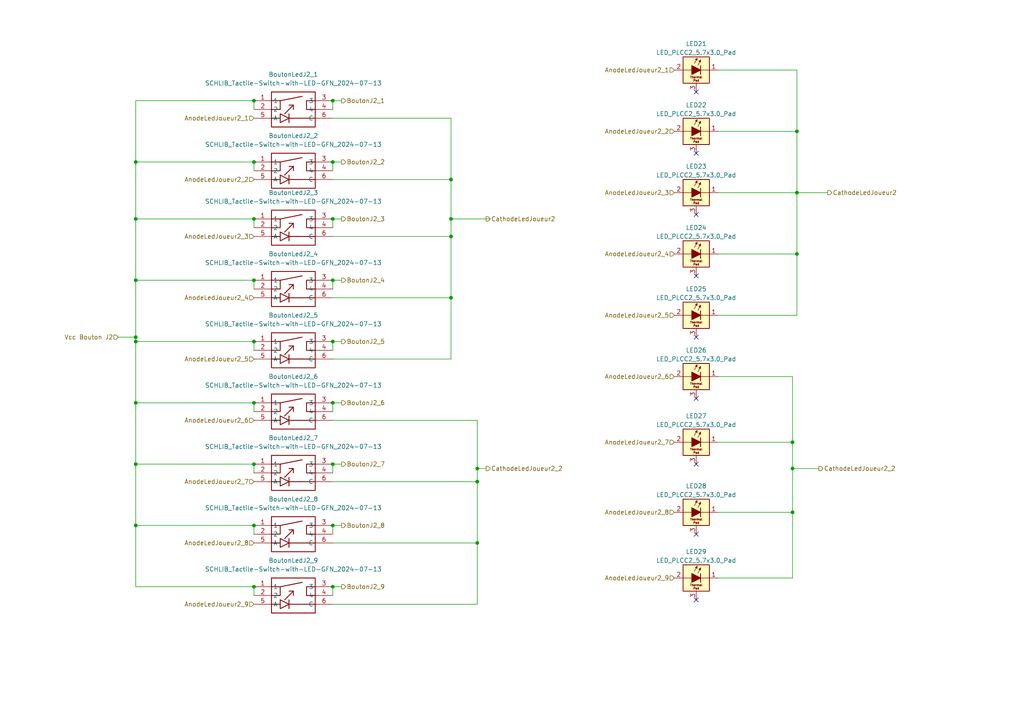
<source format=kicad_sch>
(kicad_sch (version 20231120) (generator "eeschema") (generator_version "8.0")
  (paper "A4")
  (lib_symbols
    (symbol "6MM SWITCH WITH LED GFN:SCHLIB_Tactile-Switch-with-LED-GFN_2024-07-13"
      (property "Reference" "S10" (at 6.35 5.08 0))
      (property "Value" "SCHLIB_Tactile-Switch-with-LED-GFN_2024-07-13" (at 6.35 2.54 0))
      (symbol "SCHLIB_Tactile-Switch-with-LED-GFN_2024-07-13_0_0"
        (polyline (pts (xy 2.54 -7.62) (xy 0 -7.62)) (stroke (width 0.254)))
        (polyline (pts (xy 2.54 -2.54) (xy 8.89 -1.27)) (stroke (width 0.254)))
        (polyline (pts (xy 5.08 -7.62) (xy 12.7 -7.62)) (stroke (width 0.254)))
        (polyline (pts (xy 5.08 -6.35) (xy 5.08 -8.89)) (stroke (width 0.254)))
        (polyline (pts (xy 6.35 -3.81) (xy 6.35 -5.08)) (stroke (width 0.254)))
        (polyline (pts (xy 3.81 -6.35) (xy 6.35 -3.81) (xy 5.08 -3.81)) (stroke (width 0.254)))
        (polyline (pts (xy 0 -2.54) (xy 2.54 -2.54) (xy 2.54 -5.08) (xy 0 -5.08)) (stroke (width 0.254)))
        (polyline (pts (xy 2.54 -6.35) (xy 5.08 -7.62) (xy 2.54 -8.89) (xy 2.54 -6.35)) (stroke (width 0.254)))
        (polyline (pts (xy 12.7 -2.54) (xy 10.16 -2.54) (xy 10.16 -5.08) (xy 12.7 -5.08)) (stroke (width 0.254)))
        (rectangle (start 0 0) (end 12.7 -10.16) (stroke (width 0.254)))
      )
      (symbol "SCHLIB_Tactile-Switch-with-LED-GFN_2024-07-13_1_0"
        (pin bidirectional line (at -5.08 -2.54 0) (length 5.08) (name "1") (number "1"))
        (pin bidirectional line (at -5.08 -5.08 0) (length 5.08) (name "2") (number "2"))
        (pin bidirectional line (at 17.78 -2.54 180) (length 5.08) (name "3") (number "3"))
        (pin bidirectional line (at 17.78 -5.08 180) (length 5.08) (name "4") (number "4"))
        (pin passive line (at -5.08 -7.62 0) (length 5.08) (name "A") (number "5"))
        (pin passive line (at 17.78 -7.62 180) (length 5.08) (name "C") (number "6"))
      )
    )
    (symbol "PCM_LED_AKL:LED_PLCC2_5.7x3.0_Pad" (pin_names (offset 1.016) hide)
      (property "Reference" "LED" (at 0 7.62 0))
      (property "Value" "LED_PLCC2_5.7x3.0_Pad" (at 0 5.08 0))
      (symbol "LED_PLCC2_5.7x3.0_Pad_0_1"
        (polyline (pts (xy -0.508 1.905) (xy 0.254 3.429)) (stroke (width 0.1524)))
        (polyline (pts (xy 0.508 1.397) (xy 1.27 2.921)) (stroke (width 0.1524)))
        (polyline (pts (xy 1.27 1.27) (xy 1.27 -1.27)) (stroke (width 0.254)))
        (polyline (pts (xy 0.254 2.794) (xy -0.254 3.048) (xy 0.254 3.429) (xy 0.254 2.794)) (fill (type outline)))
        (polyline (pts (xy 1.27 2.286) (xy 0.762 2.54) (xy 1.27 2.921) (xy 1.27 2.286)) (stroke (width 0.1524)) (fill (type outline)))
      )
      (symbol "LED_PLCC2_5.7x3.0_Pad_0_2"
        (polyline (pts (xy -2.54 -2.54) (xy -0.889 -0.889)))
        (polyline (pts (xy -1.651 0.889) (xy -2.159 2.413)))
        (polyline (pts (xy -0.508 1.27) (xy -1.016 2.794)))
        (polyline (pts (xy 0 1.778) (xy 1.778 0)) (stroke (width 0.254)))
        (polyline (pts (xy 0.889 0.889) (xy 2.54 2.54)))
        (polyline (pts (xy -2.159 2.413) (xy -2.286 1.778) (xy -1.6764 1.9812) (xy -2.159 2.413)) (fill (type outline)))
        (polyline (pts (xy -1.016 2.794) (xy -1.143 2.159) (xy -0.5334 2.3622) (xy -1.016 2.794)) (fill (type outline)))
        (polyline (pts (xy -0.889 -0.889) (xy -1.778 0) (xy 0.889 0.889) (xy 0 -1.778) (xy -0.889 -0.889)) (stroke (width 0.254)) (fill (type color) (color 255 255 255 1)))
      )
      (symbol "LED_PLCC2_5.7x3.0_Pad_1_1"
        (rectangle (start -3.81 3.81) (end 3.81 -3.81) (stroke (width 0.254)) (fill (type background)))
        (polyline (pts (xy -3.81 0) (xy -1.27 0)))
        (polyline (pts (xy 1.27 0) (xy 3.81 0)))
        (polyline (pts (xy -1.27 1.27) (xy -1.27 -1.27) (xy 1.27 0) (xy -1.27 1.27)) (stroke (width 0.254)) (fill (type outline)))
        (text "Thermal\nPad" (at 0 -2.54 0) (effects (font (size 0.6 0.6))))
        (pin passive line (at 6.35 0 180) (length 2.54) (name "K") (number "1"))
        (pin passive line (at -6.35 0 0) (length 2.54) (name "A") (number "2"))
        (pin passive line (at 0 -6.35 90) (length 2.54) (name "PAD") (number "3"))
      )
      (symbol "LED_PLCC2_5.7x3.0_Pad_1_2"
        (pin passive line (at 2.54 2.54 180) (length 0) (name "K") (number "1"))
        (pin passive line (at -2.54 -2.54 0) (length 0) (name "A") (number "2"))
      )
    )
  )
  (junction (at 96.52 152.4))
  (junction (at 73.66 134.62))
  (junction (at 73.66 63.5))
  (junction (at 39.37 134.62))
  (junction (at 138.43 157.48))
  (junction (at 229.87 135.89))
  (junction (at 39.37 46.99))
  (junction (at 231.14 73.66))
  (junction (at 39.37 97.79))
  (junction (at 96.52 81.28))
  (junction (at 96.52 99.06))
  (junction (at 73.66 116.84))
  (junction (at 229.87 148.59))
  (junction (at 39.37 116.84))
  (junction (at 73.66 29.21))
  (junction (at 96.52 116.84))
  (junction (at 96.52 134.62))
  (junction (at 39.37 152.4))
  (junction (at 231.14 38.1))
  (junction (at 73.66 99.06))
  (junction (at 130.81 86.36))
  (junction (at 39.37 81.28))
  (junction (at 96.52 29.21))
  (junction (at 130.81 63.5))
  (junction (at 39.37 99.06))
  (junction (at 138.43 139.7))
  (junction (at 138.43 135.89))
  (junction (at 73.66 152.4))
  (junction (at 130.81 52.07))
  (junction (at 96.52 170.18))
  (junction (at 73.66 81.28))
  (junction (at 96.52 46.99))
  (junction (at 130.81 68.58))
  (junction (at 229.87 128.27))
  (junction (at 96.52 63.5))
  (junction (at 73.66 46.99))
  (junction (at 39.37 63.5))
  (junction (at 73.66 170.18))
  (junction (at 231.14 55.88))
  (no_connect (at 201.93 44.45))
  (no_connect (at 201.93 26.67))
  (no_connect (at 201.93 62.23))
  (no_connect (at 201.93 154.94))
  (no_connect (at 201.93 97.79))
  (no_connect (at 201.93 173.99))
  (no_connect (at 201.93 115.57))
  (no_connect (at 201.93 134.62))
  (no_connect (at 201.93 80.01))
  (wire (pts (xy 96.52 139.7) (xy 138.43 139.7)))
  (wire (pts (xy 231.14 55.88) (xy 231.14 73.66)))
  (wire (pts (xy 138.43 157.48) (xy 138.43 175.26)))
  (wire (pts (xy 96.52 46.99) (xy 96.52 49.53)))
  (wire (pts (xy 231.14 20.32) (xy 231.14 38.1)))
  (wire (pts (xy 73.66 63.5) (xy 73.66 66.04)))
  (wire (pts (xy 240.03 55.88) (xy 231.14 55.88)))
  (wire (pts (xy 231.14 38.1) (xy 231.14 55.88)))
  (wire (pts (xy 96.52 121.92) (xy 138.43 121.92)))
  (wire (pts (xy 130.81 34.29) (xy 130.81 52.07)))
  (wire (pts (xy 39.37 46.99) (xy 73.66 46.99)))
  (wire (pts (xy 96.52 170.18) (xy 96.52 172.72)))
  (wire (pts (xy 229.87 109.22) (xy 229.87 128.27)))
  (wire (pts (xy 39.37 134.62) (xy 39.37 152.4)))
  (wire (pts (xy 39.37 63.5) (xy 39.37 81.28)))
  (wire (pts (xy 96.52 104.14) (xy 130.81 104.14)))
  (wire (pts (xy 39.37 99.06) (xy 39.37 116.84)))
  (wire (pts (xy 73.66 134.62) (xy 73.66 137.16)))
  (wire (pts (xy 96.52 134.62) (xy 99.06 134.62)))
  (wire (pts (xy 130.81 86.36) (xy 130.81 104.14)))
  (wire (pts (xy 39.37 99.06) (xy 73.66 99.06)))
  (wire (pts (xy 96.52 29.21) (xy 96.52 31.75)))
  (wire (pts (xy 73.66 170.18) (xy 73.66 172.72)))
  (wire (pts (xy 39.37 152.4) (xy 39.37 170.18)))
  (wire (pts (xy 96.52 152.4) (xy 99.06 152.4)))
  (wire (pts (xy 96.52 157.48) (xy 138.43 157.48)))
  (wire (pts (xy 34.29 97.79) (xy 39.37 97.79)))
  (wire (pts (xy 229.87 148.59) (xy 229.87 167.64)))
  (wire (pts (xy 208.28 91.44) (xy 231.14 91.44)))
  (wire (pts (xy 96.52 29.21) (xy 99.06 29.21)))
  (wire (pts (xy 39.37 134.62) (xy 73.66 134.62)))
  (wire (pts (xy 130.81 63.5) (xy 142.24 63.5)))
  (wire (pts (xy 73.66 116.84) (xy 73.66 119.38)))
  (wire (pts (xy 96.52 34.29) (xy 130.81 34.29)))
  (wire (pts (xy 130.81 68.58) (xy 130.81 86.36)))
  (wire (pts (xy 229.87 128.27) (xy 229.87 135.89)))
  (wire (pts (xy 130.81 52.07) (xy 130.81 63.5)))
  (wire (pts (xy 138.43 121.92) (xy 138.43 135.89)))
  (wire (pts (xy 39.37 29.21) (xy 73.66 29.21)))
  (wire (pts (xy 140.97 135.89) (xy 138.43 135.89)))
  (wire (pts (xy 138.43 139.7) (xy 138.43 157.48)))
  (wire (pts (xy 208.28 73.66) (xy 231.14 73.66)))
  (wire (pts (xy 39.37 116.84) (xy 39.37 134.62)))
  (wire (pts (xy 130.81 63.5) (xy 130.81 68.58)))
  (wire (pts (xy 208.28 38.1) (xy 231.14 38.1)))
  (wire (pts (xy 96.52 152.4) (xy 96.52 154.94)))
  (wire (pts (xy 39.37 170.18) (xy 73.66 170.18)))
  (wire (pts (xy 208.28 55.88) (xy 231.14 55.88)))
  (wire (pts (xy 39.37 152.4) (xy 73.66 152.4)))
  (wire (pts (xy 96.52 134.62) (xy 96.52 137.16)))
  (wire (pts (xy 39.37 116.84) (xy 73.66 116.84)))
  (wire (pts (xy 208.28 167.64) (xy 229.87 167.64)))
  (wire (pts (xy 138.43 135.89) (xy 138.43 139.7)))
  (wire (pts (xy 39.37 29.21) (xy 39.37 46.99)))
  (wire (pts (xy 96.52 86.36) (xy 130.81 86.36)))
  (wire (pts (xy 208.28 128.27) (xy 229.87 128.27)))
  (wire (pts (xy 208.28 20.32) (xy 231.14 20.32)))
  (wire (pts (xy 96.52 81.28) (xy 99.06 81.28)))
  (wire (pts (xy 96.52 116.84) (xy 99.06 116.84)))
  (wire (pts (xy 96.52 99.06) (xy 99.06 99.06)))
  (wire (pts (xy 73.66 81.28) (xy 73.66 83.82)))
  (wire (pts (xy 237.49 135.89) (xy 229.87 135.89)))
  (wire (pts (xy 208.28 148.59) (xy 229.87 148.59)))
  (wire (pts (xy 96.52 52.07) (xy 130.81 52.07)))
  (wire (pts (xy 73.66 152.4) (xy 73.66 154.94)))
  (wire (pts (xy 96.52 81.28) (xy 96.52 83.82)))
  (wire (pts (xy 73.66 46.99) (xy 73.66 49.53)))
  (wire (pts (xy 96.52 170.18) (xy 99.06 170.18)))
  (wire (pts (xy 96.52 175.26) (xy 138.43 175.26)))
  (wire (pts (xy 39.37 63.5) (xy 73.66 63.5)))
  (wire (pts (xy 39.37 97.79) (xy 39.37 99.06)))
  (wire (pts (xy 96.52 116.84) (xy 96.52 119.38)))
  (wire (pts (xy 96.52 99.06) (xy 96.52 101.6)))
  (wire (pts (xy 96.52 63.5) (xy 99.06 63.5)))
  (wire (pts (xy 39.37 81.28) (xy 39.37 97.79)))
  (wire (pts (xy 39.37 46.99) (xy 39.37 63.5)))
  (wire (pts (xy 231.14 73.66) (xy 231.14 91.44)))
  (wire (pts (xy 73.66 29.21) (xy 73.66 31.75)))
  (wire (pts (xy 208.28 109.22) (xy 229.87 109.22)))
  (wire (pts (xy 96.52 63.5) (xy 96.52 66.04)))
  (wire (pts (xy 229.87 135.89) (xy 229.87 148.59)))
  (wire (pts (xy 96.52 68.58) (xy 130.81 68.58)))
  (wire (pts (xy 73.66 99.06) (xy 73.66 101.6)))
  (wire (pts (xy 39.37 81.28) (xy 73.66 81.28)))
  (wire (pts (xy 96.52 46.99) (xy 99.06 46.99)))
  (hierarchical_label "AnodeLedJoueur2_7" (shape input) (at 195.58 128.27 180))
  (hierarchical_label "AnodeLedJoueur2_8" (shape input) (at 195.58 148.59 180))
  (hierarchical_label "AnodeLedJoueur2_7" (shape input) (at 73.66 139.7 180))
  (hierarchical_label "AnodeLedJoueur2_9" (shape input) (at 195.58 167.64 180))
  (hierarchical_label "AnodeLedJoueur2_3" (shape input) (at 195.58 55.88 180))
  (hierarchical_label "AnodeLedJoueur2_2" (shape input) (at 195.58 38.1 180))
  (hierarchical_label "AnodeLedJoueur2_6" (shape input) (at 73.66 121.92 180))
  (hierarchical_label "BoutonJ2_3" (shape output) (at 99.06 63.5 0))
  (hierarchical_label "BoutonJ2_4" (shape output) (at 99.06 81.28 0))
  (hierarchical_label "BoutonJ2_2" (shape output) (at 99.06 46.99 0))
  (hierarchical_label "Vcc Bouton J2" (shape input) (at 34.29 97.79 180))
  (hierarchical_label "AnodeLedJoueur2_1" (shape input) (at 73.66 34.29 180))
  (hierarchical_label "BoutonJ2_1" (shape output) (at 99.06 29.21 0))
  (hierarchical_label "AnodeLedJoueur2_3" (shape input) (at 73.66 68.58 180))
  (hierarchical_label "BoutonJ2_7" (shape output) (at 99.06 134.62 0))
  (hierarchical_label "BoutonJ2_6" (shape output) (at 99.06 116.84 0))
  (hierarchical_label "AnodeLedJoueur2_9" (shape input) (at 73.66 175.26 180))
  (hierarchical_label "AnodeLedJoueur2_4" (shape input) (at 73.66 86.36 180))
  (hierarchical_label "AnodeLedJoueur2_5" (shape input) (at 195.58 91.44 180))
  (hierarchical_label "CathodeLedJoueur2_2" (shape output) (at 237.49 135.89 0))
  (hierarchical_label "BoutonJ2_5" (shape output) (at 99.06 99.06 0))
  (hierarchical_label "AnodeLedJoueur2_8" (shape input) (at 73.66 157.48 180))
  (hierarchical_label "AnodeLedJoueur2_1" (shape input) (at 195.58 20.32 180))
  (hierarchical_label "BoutonJ2_9" (shape output) (at 99.06 170.18 0))
  (hierarchical_label "AnodeLedJoueur2_6" (shape input) (at 195.58 109.22 180))
  (hierarchical_label "CathodeLedJoueur2" (shape output) (at 140.97 63.5 0))
  (hierarchical_label "CathodeLedJoueur2" (shape output) (at 240.03 55.88 0))
  (hierarchical_label "AnodeLedJoueur2_4" (shape input) (at 195.58 73.66 180))
  (hierarchical_label "CathodeLedJoueur2_2" (shape output) (at 140.97 135.89 0))
  (hierarchical_label "AnodeLedJoueur2_5" (shape input) (at 73.66 104.14 180))
  (hierarchical_label "BoutonJ2_8" (shape output) (at 99.06 152.4 0))
  (hierarchical_label "AnodeLedJoueur2_2" (shape input) (at 73.66 52.07 180))
  (symbol (lib_id "PCM_LED_AKL:LED_PLCC2_5.7x3.0_Pad") (at 201.93 91.44 0) (unit 1)
    (property "Reference" "LED25" (at 201.93 83.82 0))
    (property "Value" "LED_PLCC2_5.7x3.0_Pad" (at 201.93 86.36 0))
    (property "Footprint" "PCM_LED_SMD_AKL:LED_Yuji_5730" (effects (hide yes)))
    (property "Description" "LED with thermal pad, PLCC2 5.7mm length, 3.0mm width, Alternate KiCad Library" (effects (hide yes)))
  )
  (symbol (lib_id "PCM_LED_AKL:LED_PLCC2_5.7x3.0_Pad") (at 201.93 20.32 0) (unit 1)
    (property "Reference" "LED21" (at 201.93 12.7 0))
    (property "Value" "LED_PLCC2_5.7x3.0_Pad" (at 201.93 15.24 0))
    (property "Footprint" "PCM_LED_SMD_AKL:LED_Yuji_5730" (effects (hide yes)))
    (property "Description" "LED with thermal pad, PLCC2 5.7mm length, 3.0mm width, Alternate KiCad Library" (effects (hide yes)))
  )
  (symbol (lib_id "PCM_LED_AKL:LED_PLCC2_5.7x3.0_Pad") (at 201.93 38.1 0) (unit 1)
    (property "Reference" "LED22" (at 201.93 30.48 0))
    (property "Value" "LED_PLCC2_5.7x3.0_Pad" (at 201.93 33.02 0))
    (property "Footprint" "PCM_LED_SMD_AKL:LED_Yuji_5730" (effects (hide yes)))
    (property "Description" "LED with thermal pad, PLCC2 5.7mm length, 3.0mm width, Alternate KiCad Library" (effects (hide yes)))
  )
  (symbol (lib_id "PCM_LED_AKL:LED_PLCC2_5.7x3.0_Pad") (at 201.93 148.59 0) (unit 1)
    (property "Reference" "LED28" (at 201.93 140.97 0))
    (property "Value" "LED_PLCC2_5.7x3.0_Pad" (at 201.93 143.51 0))
    (property "Footprint" "PCM_LED_SMD_AKL:LED_Yuji_5730" (effects (hide yes)))
    (property "Description" "LED with thermal pad, PLCC2 5.7mm length, 3.0mm width, Alternate KiCad Library" (effects (hide yes)))
  )
  (symbol (lib_id "6MM SWITCH WITH LED GFN:SCHLIB_Tactile-Switch-with-LED-GFN_2024-07-13") (at 78.74 167.64 0) (unit 1)
    (property "Reference" "BoutonLedJ2_9" (at 85.09 162.56 0))
    (property "Value" "SCHLIB_Tactile-Switch-with-LED-GFN_2024-07-13" (at 85.09 165.1 0))
    (property "Footprint" "lib:6MM SWITCH WITH LED GFN" (effects (hide yes)))
    (property "Manufacturer Part" "New SchematicLib" (effects (hide yes)))
    (property "Supplier" "Omten Electronics" (effects (hide yes)))
    (property "LCSC Part #" "C354964" (effects (hide yes)))
  )
  (symbol (lib_id "6MM SWITCH WITH LED GFN:SCHLIB_Tactile-Switch-with-LED-GFN_2024-07-13") (at 78.74 78.74 0) (unit 1)
    (property "Reference" "BoutonLedJ2_4" (at 85.09 73.66 0))
    (property "Value" "SCHLIB_Tactile-Switch-with-LED-GFN_2024-07-13" (at 85.09 76.2 0))
    (property "Footprint" "lib:6MM SWITCH WITH LED GFN" (effects (hide yes)))
    (property "Manufacturer Part" "New SchematicLib" (effects (hide yes)))
    (property "Supplier" "Omten Electronics" (effects (hide yes)))
    (property "LCSC Part #" "C354964" (effects (hide yes)))
  )
  (symbol (lib_id "PCM_LED_AKL:LED_PLCC2_5.7x3.0_Pad") (at 201.93 73.66 0) (unit 1)
    (property "Reference" "LED24" (at 201.93 66.04 0))
    (property "Value" "LED_PLCC2_5.7x3.0_Pad" (at 201.93 68.58 0))
    (property "Footprint" "PCM_LED_SMD_AKL:LED_Yuji_5730" (effects (hide yes)))
    (property "Description" "LED with thermal pad, PLCC2 5.7mm length, 3.0mm width, Alternate KiCad Library" (effects (hide yes)))
  )
  (symbol (lib_id "6MM SWITCH WITH LED GFN:SCHLIB_Tactile-Switch-with-LED-GFN_2024-07-13") (at 78.74 114.3 0) (unit 1)
    (property "Reference" "BoutonLedJ2_6" (at 85.09 109.22 0))
    (property "Value" "SCHLIB_Tactile-Switch-with-LED-GFN_2024-07-13" (at 85.09 111.76 0))
    (property "Footprint" "lib:6MM SWITCH WITH LED GFN" (effects (hide yes)))
    (property "Manufacturer Part" "New SchematicLib" (effects (hide yes)))
    (property "Supplier" "Omten Electronics" (effects (hide yes)))
    (property "LCSC Part #" "C354964" (effects (hide yes)))
  )
  (symbol (lib_id "PCM_LED_AKL:LED_PLCC2_5.7x3.0_Pad") (at 201.93 55.88 0) (unit 1)
    (property "Reference" "LED23" (at 201.93 48.26 0))
    (property "Value" "LED_PLCC2_5.7x3.0_Pad" (at 201.93 50.8 0))
    (property "Footprint" "PCM_LED_SMD_AKL:LED_Yuji_5730" (effects (hide yes)))
    (property "Description" "LED with thermal pad, PLCC2 5.7mm length, 3.0mm width, Alternate KiCad Library" (effects (hide yes)))
  )
  (symbol (lib_id "PCM_LED_AKL:LED_PLCC2_5.7x3.0_Pad") (at 201.93 167.64 0) (unit 1)
    (property "Reference" "LED29" (at 201.93 160.02 0))
    (property "Value" "LED_PLCC2_5.7x3.0_Pad" (at 201.93 162.56 0))
    (property "Footprint" "PCM_LED_SMD_AKL:LED_Yuji_5730" (effects (hide yes)))
    (property "Description" "LED with thermal pad, PLCC2 5.7mm length, 3.0mm width, Alternate KiCad Library" (effects (hide yes)))
  )
  (symbol (lib_id "6MM SWITCH WITH LED GFN:SCHLIB_Tactile-Switch-with-LED-GFN_2024-07-13") (at 78.74 26.67 0) (unit 1)
    (property "Reference" "BoutonLedJ2_1" (at 85.09 21.59 0))
    (property "Value" "SCHLIB_Tactile-Switch-with-LED-GFN_2024-07-13" (at 85.09 24.13 0))
    (property "Footprint" "lib:6MM SWITCH WITH LED GFN" (effects (hide yes)))
    (property "Manufacturer Part" "New SchematicLib" (effects (hide yes)))
    (property "Supplier" "Omten Electronics" (effects (hide yes)))
    (property "LCSC Part #" "C354964" (effects (hide yes)))
  )
  (symbol (lib_id "PCM_LED_AKL:LED_PLCC2_5.7x3.0_Pad") (at 201.93 128.27 0) (unit 1)
    (property "Reference" "LED27" (at 201.93 120.65 0))
    (property "Value" "LED_PLCC2_5.7x3.0_Pad" (at 201.93 123.19 0))
    (property "Footprint" "PCM_LED_SMD_AKL:LED_Yuji_5730" (effects (hide yes)))
    (property "Description" "LED with thermal pad, PLCC2 5.7mm length, 3.0mm width, Alternate KiCad Library" (effects (hide yes)))
  )
  (symbol (lib_id "PCM_LED_AKL:LED_PLCC2_5.7x3.0_Pad") (at 201.93 109.22 0) (unit 1)
    (property "Reference" "LED26" (at 201.93 101.6 0))
    (property "Value" "LED_PLCC2_5.7x3.0_Pad" (at 201.93 104.14 0))
    (property "Footprint" "PCM_LED_SMD_AKL:LED_Yuji_5730" (effects (hide yes)))
    (property "Description" "LED with thermal pad, PLCC2 5.7mm length, 3.0mm width, Alternate KiCad Library" (effects (hide yes)))
  )
  (symbol (lib_id "6MM SWITCH WITH LED GFN:SCHLIB_Tactile-Switch-with-LED-GFN_2024-07-13") (at 78.74 132.08 0) (unit 1)
    (property "Reference" "BoutonLedJ2_7" (at 85.09 127 0))
    (property "Value" "SCHLIB_Tactile-Switch-with-LED-GFN_2024-07-13" (at 85.09 129.54 0))
    (property "Footprint" "lib:6MM SWITCH WITH LED GFN" (effects (hide yes)))
    (property "Manufacturer Part" "New SchematicLib" (effects (hide yes)))
    (property "Supplier" "Omten Electronics" (effects (hide yes)))
    (property "LCSC Part #" "C354964" (effects (hide yes)))
  )
  (symbol (lib_id "6MM SWITCH WITH LED GFN:SCHLIB_Tactile-Switch-with-LED-GFN_2024-07-13") (at 78.74 96.52 0) (unit 1)
    (property "Reference" "BoutonLedJ2_5" (at 85.09 91.44 0))
    (property "Value" "SCHLIB_Tactile-Switch-with-LED-GFN_2024-07-13" (at 85.09 93.98 0))
    (property "Footprint" "lib:6MM SWITCH WITH LED GFN" (effects (hide yes)))
    (property "Manufacturer Part" "New SchematicLib" (effects (hide yes)))
    (property "Supplier" "Omten Electronics" (effects (hide yes)))
    (property "LCSC Part #" "C354964" (effects (hide yes)))
  )
  (symbol (lib_id "6MM SWITCH WITH LED GFN:SCHLIB_Tactile-Switch-with-LED-GFN_2024-07-13") (at 78.74 149.86 0) (unit 1)
    (property "Reference" "BoutonLedJ2_8" (at 85.09 144.78 0))
    (property "Value" "SCHLIB_Tactile-Switch-with-LED-GFN_2024-07-13" (at 85.09 147.32 0))
    (property "Footprint" "lib:6MM SWITCH WITH LED GFN" (effects (hide yes)))
    (property "Manufacturer Part" "New SchematicLib" (effects (hide yes)))
    (property "Supplier" "Omten Electronics" (effects (hide yes)))
    (property "LCSC Part #" "C354964" (effects (hide yes)))
  )
  (symbol (lib_id "6MM SWITCH WITH LED GFN:SCHLIB_Tactile-Switch-with-LED-GFN_2024-07-13") (at 78.74 44.45 0) (unit 1)
    (property "Reference" "BoutonLedJ2_2" (at 85.09 39.37 0))
    (property "Value" "SCHLIB_Tactile-Switch-with-LED-GFN_2024-07-13" (at 85.09 41.91 0))
    (property "Footprint" "lib:6MM SWITCH WITH LED GFN" (effects (hide yes)))
    (property "Manufacturer Part" "New SchematicLib" (effects (hide yes)))
    (property "Supplier" "Omten Electronics" (effects (hide yes)))
    (property "LCSC Part #" "C354964" (effects (hide yes)))
  )
  (symbol (lib_id "6MM SWITCH WITH LED GFN:SCHLIB_Tactile-Switch-with-LED-GFN_2024-07-13") (at 78.74 60.96 0) (unit 1)
    (property "Reference" "BoutonLedJ2_3" (at 85.09 55.88 0))
    (property "Value" "SCHLIB_Tactile-Switch-with-LED-GFN_2024-07-13" (at 85.09 58.42 0))
    (property "Footprint" "lib:6MM SWITCH WITH LED GFN" (effects (hide yes)))
    (property "Manufacturer Part" "New SchematicLib" (effects (hide yes)))
    (property "Supplier" "Omten Electronics" (effects (hide yes)))
    (property "LCSC Part #" "C354964" (effects (hide yes)))
  )
)
</source>
